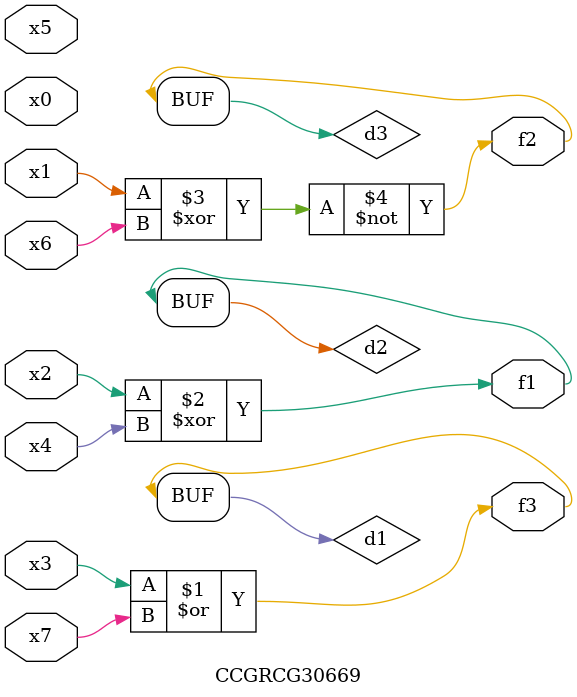
<source format=v>
module CCGRCG30669(
	input x0, x1, x2, x3, x4, x5, x6, x7,
	output f1, f2, f3
);

	wire d1, d2, d3;

	or (d1, x3, x7);
	xor (d2, x2, x4);
	xnor (d3, x1, x6);
	assign f1 = d2;
	assign f2 = d3;
	assign f3 = d1;
endmodule

</source>
